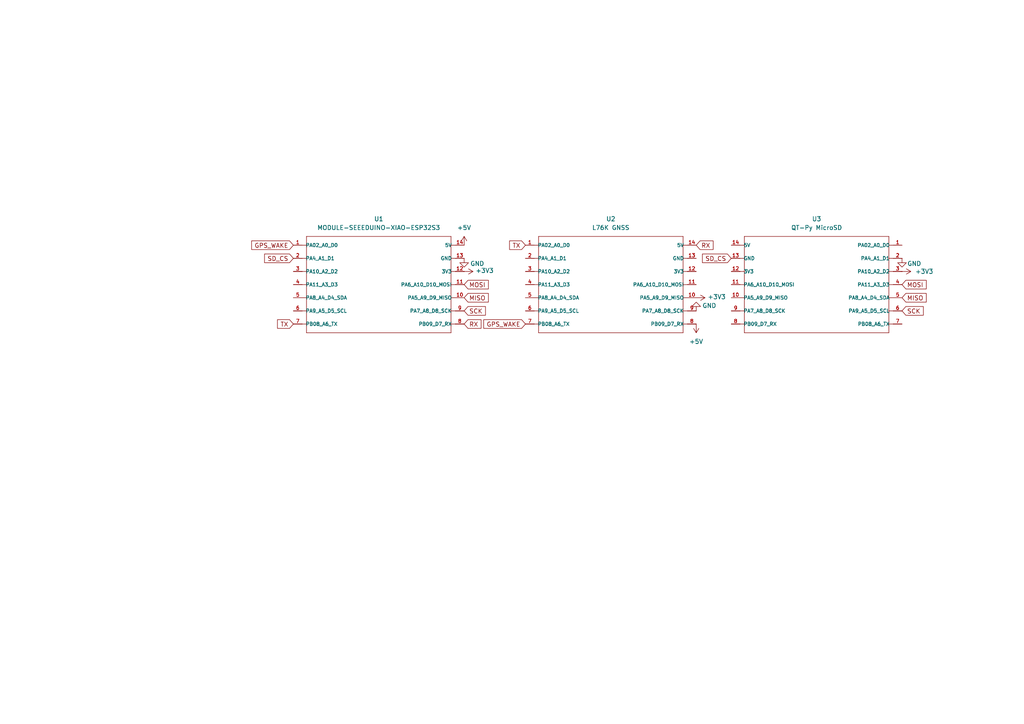
<source format=kicad_sch>
(kicad_sch
	(version 20250114)
	(generator "eeschema")
	(generator_version "9.0")
	(uuid "b8512636-d27b-427a-8252-a4053f536766")
	(paper "A4")
	(lib_symbols
		(symbol "MOUDLE-SEEEDUINO-XIAO-ESP32S3:MOUDLE-SEEEDUINO-XIAO-ESP32S3"
			(pin_names
				(offset 1.016)
			)
			(exclude_from_sim no)
			(in_bom yes)
			(on_board yes)
			(property "Reference" "U"
				(at -21.59 15.24 0)
				(effects
					(font
						(size 1.27 1.27)
					)
					(justify left bottom)
				)
			)
			(property "Value" "MOUDLE-SEEEDUINO-XIAO-ESP32S3"
				(at -21.59 13.97 0)
				(effects
					(font
						(size 1.27 1.27)
					)
					(justify left bottom)
				)
			)
			(property "Footprint" "MOUDLE14P-SMD-2.54-21X17.8MM"
				(at 0 0 0)
				(effects
					(font
						(size 1.27 1.27)
					)
					(justify bottom)
					(hide yes)
				)
			)
			(property "Datasheet" ""
				(at 0 0 0)
				(effects
					(font
						(size 1.27 1.27)
					)
					(hide yes)
				)
			)
			(property "Description" ""
				(at 0 0 0)
				(effects
					(font
						(size 1.27 1.27)
					)
					(hide yes)
				)
			)
			(symbol "MOUDLE-SEEEDUINO-XIAO-ESP32S3_0_0"
				(polyline
					(pts
						(xy -21.59 13.97) (xy 20.32 13.97)
					)
					(stroke
						(width 0.1524)
						(type default)
					)
					(fill
						(type none)
					)
				)
				(polyline
					(pts
						(xy -21.59 11.43) (xy -22.86 11.43)
					)
					(stroke
						(width 0.1524)
						(type default)
					)
					(fill
						(type none)
					)
				)
				(polyline
					(pts
						(xy -21.59 11.43) (xy -21.59 13.97)
					)
					(stroke
						(width 0.1524)
						(type default)
					)
					(fill
						(type none)
					)
				)
				(polyline
					(pts
						(xy -21.59 7.62) (xy -22.86 7.62)
					)
					(stroke
						(width 0.1524)
						(type default)
					)
					(fill
						(type none)
					)
				)
				(polyline
					(pts
						(xy -21.59 7.62) (xy -21.59 11.43)
					)
					(stroke
						(width 0.1524)
						(type default)
					)
					(fill
						(type none)
					)
				)
				(polyline
					(pts
						(xy -21.59 3.81) (xy -22.86 3.81)
					)
					(stroke
						(width 0.1524)
						(type default)
					)
					(fill
						(type none)
					)
				)
				(polyline
					(pts
						(xy -21.59 3.81) (xy -21.59 7.62)
					)
					(stroke
						(width 0.1524)
						(type default)
					)
					(fill
						(type none)
					)
				)
				(polyline
					(pts
						(xy -21.59 0) (xy -22.86 0)
					)
					(stroke
						(width 0.1524)
						(type default)
					)
					(fill
						(type none)
					)
				)
				(polyline
					(pts
						(xy -21.59 0) (xy -21.59 3.81)
					)
					(stroke
						(width 0.1524)
						(type default)
					)
					(fill
						(type none)
					)
				)
				(polyline
					(pts
						(xy -21.59 -3.81) (xy -22.86 -3.81)
					)
					(stroke
						(width 0.1524)
						(type default)
					)
					(fill
						(type none)
					)
				)
				(polyline
					(pts
						(xy -21.59 -7.62) (xy -22.86 -7.62)
					)
					(stroke
						(width 0.1524)
						(type default)
					)
					(fill
						(type none)
					)
				)
				(polyline
					(pts
						(xy -21.59 -11.43) (xy -22.86 -11.43)
					)
					(stroke
						(width 0.1524)
						(type default)
					)
					(fill
						(type none)
					)
				)
				(polyline
					(pts
						(xy -21.59 -13.97) (xy -21.59 0)
					)
					(stroke
						(width 0.1524)
						(type default)
					)
					(fill
						(type none)
					)
				)
				(polyline
					(pts
						(xy 20.32 13.97) (xy 20.32 11.43)
					)
					(stroke
						(width 0.1524)
						(type default)
					)
					(fill
						(type none)
					)
				)
				(polyline
					(pts
						(xy 20.32 11.43) (xy 20.32 7.62)
					)
					(stroke
						(width 0.1524)
						(type default)
					)
					(fill
						(type none)
					)
				)
				(polyline
					(pts
						(xy 20.32 7.62) (xy 20.32 3.81)
					)
					(stroke
						(width 0.1524)
						(type default)
					)
					(fill
						(type none)
					)
				)
				(polyline
					(pts
						(xy 20.32 3.81) (xy 20.32 -13.97)
					)
					(stroke
						(width 0.1524)
						(type default)
					)
					(fill
						(type none)
					)
				)
				(polyline
					(pts
						(xy 20.32 -13.97) (xy -21.59 -13.97)
					)
					(stroke
						(width 0.1524)
						(type default)
					)
					(fill
						(type none)
					)
				)
				(polyline
					(pts
						(xy 21.59 11.43) (xy 20.32 11.43)
					)
					(stroke
						(width 0.1524)
						(type default)
					)
					(fill
						(type none)
					)
				)
				(polyline
					(pts
						(xy 21.59 7.62) (xy 20.32 7.62)
					)
					(stroke
						(width 0.1524)
						(type default)
					)
					(fill
						(type none)
					)
				)
				(polyline
					(pts
						(xy 21.59 3.81) (xy 20.32 3.81)
					)
					(stroke
						(width 0.1524)
						(type default)
					)
					(fill
						(type none)
					)
				)
				(polyline
					(pts
						(xy 21.59 0) (xy 20.32 0)
					)
					(stroke
						(width 0.1524)
						(type default)
					)
					(fill
						(type none)
					)
				)
				(polyline
					(pts
						(xy 21.59 -3.81) (xy 20.32 -3.81)
					)
					(stroke
						(width 0.1524)
						(type default)
					)
					(fill
						(type none)
					)
				)
				(polyline
					(pts
						(xy 21.59 -7.62) (xy 20.32 -7.62)
					)
					(stroke
						(width 0.1524)
						(type default)
					)
					(fill
						(type none)
					)
				)
				(polyline
					(pts
						(xy 21.59 -11.43) (xy 20.32 -11.43)
					)
					(stroke
						(width 0.1524)
						(type default)
					)
					(fill
						(type none)
					)
				)
				(pin bidirectional line
					(at -25.4 11.43 0)
					(length 2.54)
					(name "PA02_A0_D0"
						(effects
							(font
								(size 1.016 1.016)
							)
						)
					)
					(number "1"
						(effects
							(font
								(size 1.016 1.016)
							)
						)
					)
				)
				(pin bidirectional line
					(at -25.4 7.62 0)
					(length 2.54)
					(name "PA4_A1_D1"
						(effects
							(font
								(size 1.016 1.016)
							)
						)
					)
					(number "2"
						(effects
							(font
								(size 1.016 1.016)
							)
						)
					)
				)
				(pin bidirectional line
					(at -25.4 3.81 0)
					(length 2.54)
					(name "PA10_A2_D2"
						(effects
							(font
								(size 1.016 1.016)
							)
						)
					)
					(number "3"
						(effects
							(font
								(size 1.016 1.016)
							)
						)
					)
				)
				(pin bidirectional line
					(at -25.4 0 0)
					(length 2.54)
					(name "PA11_A3_D3"
						(effects
							(font
								(size 1.016 1.016)
							)
						)
					)
					(number "4"
						(effects
							(font
								(size 1.016 1.016)
							)
						)
					)
				)
				(pin bidirectional line
					(at -25.4 -3.81 0)
					(length 2.54)
					(name "PA8_A4_D4_SDA"
						(effects
							(font
								(size 1.016 1.016)
							)
						)
					)
					(number "5"
						(effects
							(font
								(size 1.016 1.016)
							)
						)
					)
				)
				(pin bidirectional line
					(at -25.4 -7.62 0)
					(length 2.54)
					(name "PA9_A5_D5_SCL"
						(effects
							(font
								(size 1.016 1.016)
							)
						)
					)
					(number "6"
						(effects
							(font
								(size 1.016 1.016)
							)
						)
					)
				)
				(pin bidirectional line
					(at -25.4 -11.43 0)
					(length 2.54)
					(name "PB08_A6_TX"
						(effects
							(font
								(size 1.016 1.016)
							)
						)
					)
					(number "7"
						(effects
							(font
								(size 1.016 1.016)
							)
						)
					)
				)
				(pin bidirectional line
					(at 24.13 11.43 180)
					(length 2.54)
					(name "5V"
						(effects
							(font
								(size 1.016 1.016)
							)
						)
					)
					(number "14"
						(effects
							(font
								(size 1.016 1.016)
							)
						)
					)
				)
				(pin bidirectional line
					(at 24.13 7.62 180)
					(length 2.54)
					(name "GND"
						(effects
							(font
								(size 1.016 1.016)
							)
						)
					)
					(number "13"
						(effects
							(font
								(size 1.016 1.016)
							)
						)
					)
				)
				(pin bidirectional line
					(at 24.13 3.81 180)
					(length 2.54)
					(name "3V3"
						(effects
							(font
								(size 1.016 1.016)
							)
						)
					)
					(number "12"
						(effects
							(font
								(size 1.016 1.016)
							)
						)
					)
				)
				(pin bidirectional line
					(at 24.13 0 180)
					(length 2.54)
					(name "PA6_A10_D10_MOSI"
						(effects
							(font
								(size 1.016 1.016)
							)
						)
					)
					(number "11"
						(effects
							(font
								(size 1.016 1.016)
							)
						)
					)
				)
				(pin bidirectional line
					(at 24.13 -3.81 180)
					(length 2.54)
					(name "PA5_A9_D9_MISO"
						(effects
							(font
								(size 1.016 1.016)
							)
						)
					)
					(number "10"
						(effects
							(font
								(size 1.016 1.016)
							)
						)
					)
				)
				(pin bidirectional line
					(at 24.13 -7.62 180)
					(length 2.54)
					(name "PA7_A8_D8_SCK"
						(effects
							(font
								(size 1.016 1.016)
							)
						)
					)
					(number "9"
						(effects
							(font
								(size 1.016 1.016)
							)
						)
					)
				)
				(pin bidirectional line
					(at 24.13 -11.43 180)
					(length 2.54)
					(name "PB09_D7_RX"
						(effects
							(font
								(size 1.016 1.016)
							)
						)
					)
					(number "8"
						(effects
							(font
								(size 1.016 1.016)
							)
						)
					)
				)
			)
			(embedded_fonts no)
		)
		(symbol "power:+3V3"
			(power)
			(pin_numbers
				(hide yes)
			)
			(pin_names
				(offset 0)
				(hide yes)
			)
			(exclude_from_sim no)
			(in_bom yes)
			(on_board yes)
			(property "Reference" "#PWR"
				(at 0 -3.81 0)
				(effects
					(font
						(size 1.27 1.27)
					)
					(hide yes)
				)
			)
			(property "Value" "+3V3"
				(at 0 3.556 0)
				(effects
					(font
						(size 1.27 1.27)
					)
				)
			)
			(property "Footprint" ""
				(at 0 0 0)
				(effects
					(font
						(size 1.27 1.27)
					)
					(hide yes)
				)
			)
			(property "Datasheet" ""
				(at 0 0 0)
				(effects
					(font
						(size 1.27 1.27)
					)
					(hide yes)
				)
			)
			(property "Description" "Power symbol creates a global label with name \"+3V3\""
				(at 0 0 0)
				(effects
					(font
						(size 1.27 1.27)
					)
					(hide yes)
				)
			)
			(property "ki_keywords" "global power"
				(at 0 0 0)
				(effects
					(font
						(size 1.27 1.27)
					)
					(hide yes)
				)
			)
			(symbol "+3V3_0_1"
				(polyline
					(pts
						(xy -0.762 1.27) (xy 0 2.54)
					)
					(stroke
						(width 0)
						(type default)
					)
					(fill
						(type none)
					)
				)
				(polyline
					(pts
						(xy 0 2.54) (xy 0.762 1.27)
					)
					(stroke
						(width 0)
						(type default)
					)
					(fill
						(type none)
					)
				)
				(polyline
					(pts
						(xy 0 0) (xy 0 2.54)
					)
					(stroke
						(width 0)
						(type default)
					)
					(fill
						(type none)
					)
				)
			)
			(symbol "+3V3_1_1"
				(pin power_in line
					(at 0 0 90)
					(length 0)
					(name "~"
						(effects
							(font
								(size 1.27 1.27)
							)
						)
					)
					(number "1"
						(effects
							(font
								(size 1.27 1.27)
							)
						)
					)
				)
			)
			(embedded_fonts no)
		)
		(symbol "power:+5V"
			(power)
			(pin_numbers
				(hide yes)
			)
			(pin_names
				(offset 0)
				(hide yes)
			)
			(exclude_from_sim no)
			(in_bom yes)
			(on_board yes)
			(property "Reference" "#PWR"
				(at 0 -3.81 0)
				(effects
					(font
						(size 1.27 1.27)
					)
					(hide yes)
				)
			)
			(property "Value" "+5V"
				(at 0 3.556 0)
				(effects
					(font
						(size 1.27 1.27)
					)
				)
			)
			(property "Footprint" ""
				(at 0 0 0)
				(effects
					(font
						(size 1.27 1.27)
					)
					(hide yes)
				)
			)
			(property "Datasheet" ""
				(at 0 0 0)
				(effects
					(font
						(size 1.27 1.27)
					)
					(hide yes)
				)
			)
			(property "Description" "Power symbol creates a global label with name \"+5V\""
				(at 0 0 0)
				(effects
					(font
						(size 1.27 1.27)
					)
					(hide yes)
				)
			)
			(property "ki_keywords" "global power"
				(at 0 0 0)
				(effects
					(font
						(size 1.27 1.27)
					)
					(hide yes)
				)
			)
			(symbol "+5V_0_1"
				(polyline
					(pts
						(xy -0.762 1.27) (xy 0 2.54)
					)
					(stroke
						(width 0)
						(type default)
					)
					(fill
						(type none)
					)
				)
				(polyline
					(pts
						(xy 0 2.54) (xy 0.762 1.27)
					)
					(stroke
						(width 0)
						(type default)
					)
					(fill
						(type none)
					)
				)
				(polyline
					(pts
						(xy 0 0) (xy 0 2.54)
					)
					(stroke
						(width 0)
						(type default)
					)
					(fill
						(type none)
					)
				)
			)
			(symbol "+5V_1_1"
				(pin power_in line
					(at 0 0 90)
					(length 0)
					(name "~"
						(effects
							(font
								(size 1.27 1.27)
							)
						)
					)
					(number "1"
						(effects
							(font
								(size 1.27 1.27)
							)
						)
					)
				)
			)
			(embedded_fonts no)
		)
		(symbol "power:GND"
			(power)
			(pin_numbers
				(hide yes)
			)
			(pin_names
				(offset 0)
				(hide yes)
			)
			(exclude_from_sim no)
			(in_bom yes)
			(on_board yes)
			(property "Reference" "#PWR"
				(at 0 -6.35 0)
				(effects
					(font
						(size 1.27 1.27)
					)
					(hide yes)
				)
			)
			(property "Value" "GND"
				(at 0 -3.81 0)
				(effects
					(font
						(size 1.27 1.27)
					)
				)
			)
			(property "Footprint" ""
				(at 0 0 0)
				(effects
					(font
						(size 1.27 1.27)
					)
					(hide yes)
				)
			)
			(property "Datasheet" ""
				(at 0 0 0)
				(effects
					(font
						(size 1.27 1.27)
					)
					(hide yes)
				)
			)
			(property "Description" "Power symbol creates a global label with name \"GND\" , ground"
				(at 0 0 0)
				(effects
					(font
						(size 1.27 1.27)
					)
					(hide yes)
				)
			)
			(property "ki_keywords" "global power"
				(at 0 0 0)
				(effects
					(font
						(size 1.27 1.27)
					)
					(hide yes)
				)
			)
			(symbol "GND_0_1"
				(polyline
					(pts
						(xy 0 0) (xy 0 -1.27) (xy 1.27 -1.27) (xy 0 -2.54) (xy -1.27 -1.27) (xy 0 -1.27)
					)
					(stroke
						(width 0)
						(type default)
					)
					(fill
						(type none)
					)
				)
			)
			(symbol "GND_1_1"
				(pin power_in line
					(at 0 0 270)
					(length 0)
					(name "~"
						(effects
							(font
								(size 1.27 1.27)
							)
						)
					)
					(number "1"
						(effects
							(font
								(size 1.27 1.27)
							)
						)
					)
				)
			)
			(embedded_fonts no)
		)
	)
	(global_label "SD_CS"
		(shape input)
		(at 212.09 74.93 180)
		(fields_autoplaced yes)
		(effects
			(font
				(size 1.27 1.27)
			)
			(justify right)
		)
		(uuid "0c7b4126-df1c-426e-9904-f6f517352ecd")
		(property "Intersheetrefs" "${INTERSHEET_REFS}"
			(at 203.1782 74.93 0)
			(effects
				(font
					(size 1.27 1.27)
				)
				(justify right)
				(hide yes)
			)
		)
	)
	(global_label "SCK"
		(shape input)
		(at 134.62 90.17 0)
		(fields_autoplaced yes)
		(effects
			(font
				(size 1.27 1.27)
			)
			(justify left)
		)
		(uuid "3e05b936-5011-4928-8926-7e8dd37686c3")
		(property "Intersheetrefs" "${INTERSHEET_REFS}"
			(at 141.3547 90.17 0)
			(effects
				(font
					(size 1.27 1.27)
				)
				(justify left)
				(hide yes)
			)
		)
	)
	(global_label "TX"
		(shape input)
		(at 85.09 93.98 180)
		(fields_autoplaced yes)
		(effects
			(font
				(size 1.27 1.27)
			)
			(justify right)
		)
		(uuid "49cc272c-84fb-4a16-abe0-f596097acaaa")
		(property "Intersheetrefs" "${INTERSHEET_REFS}"
			(at 79.9277 93.98 0)
			(effects
				(font
					(size 1.27 1.27)
				)
				(justify right)
				(hide yes)
			)
		)
	)
	(global_label "SD_CS"
		(shape input)
		(at 85.09 74.93 180)
		(fields_autoplaced yes)
		(effects
			(font
				(size 1.27 1.27)
			)
			(justify right)
		)
		(uuid "73852adf-1a49-45a9-a9f6-7cf2f4f043c7")
		(property "Intersheetrefs" "${INTERSHEET_REFS}"
			(at 76.1782 74.93 0)
			(effects
				(font
					(size 1.27 1.27)
				)
				(justify right)
				(hide yes)
			)
		)
	)
	(global_label "MOSI"
		(shape input)
		(at 261.62 82.55 0)
		(fields_autoplaced yes)
		(effects
			(font
				(size 1.27 1.27)
			)
			(justify left)
		)
		(uuid "78bd22b7-2fc4-4747-aceb-793406236079")
		(property "Intersheetrefs" "${INTERSHEET_REFS}"
			(at 269.2014 82.55 0)
			(effects
				(font
					(size 1.27 1.27)
				)
				(justify left)
				(hide yes)
			)
		)
	)
	(global_label "GPS_WAKE"
		(shape input)
		(at 85.09 71.12 180)
		(fields_autoplaced yes)
		(effects
			(font
				(size 1.27 1.27)
			)
			(justify right)
		)
		(uuid "8d1a4213-93b5-4a45-b4eb-28cde927a14e")
		(property "Intersheetrefs" "${INTERSHEET_REFS}"
			(at 72.4287 71.12 0)
			(effects
				(font
					(size 1.27 1.27)
				)
				(justify right)
				(hide yes)
			)
		)
	)
	(global_label "MOSI"
		(shape input)
		(at 134.62 82.55 0)
		(fields_autoplaced yes)
		(effects
			(font
				(size 1.27 1.27)
			)
			(justify left)
		)
		(uuid "94ed6663-283a-4c42-b6a5-21a04835e765")
		(property "Intersheetrefs" "${INTERSHEET_REFS}"
			(at 142.2014 82.55 0)
			(effects
				(font
					(size 1.27 1.27)
				)
				(justify left)
				(hide yes)
			)
		)
	)
	(global_label "TX"
		(shape input)
		(at 152.4 71.12 180)
		(fields_autoplaced yes)
		(effects
			(font
				(size 1.27 1.27)
			)
			(justify right)
		)
		(uuid "95d33c91-d2d7-481c-a6e6-bad13375556d")
		(property "Intersheetrefs" "${INTERSHEET_REFS}"
			(at 147.2377 71.12 0)
			(effects
				(font
					(size 1.27 1.27)
				)
				(justify right)
				(hide yes)
			)
		)
	)
	(global_label "RX"
		(shape input)
		(at 134.62 93.98 0)
		(fields_autoplaced yes)
		(effects
			(font
				(size 1.27 1.27)
			)
			(justify left)
		)
		(uuid "a6ea87c2-ca61-4565-b4f2-cb341e86e93c")
		(property "Intersheetrefs" "${INTERSHEET_REFS}"
			(at 140.0847 93.98 0)
			(effects
				(font
					(size 1.27 1.27)
				)
				(justify left)
				(hide yes)
			)
		)
	)
	(global_label "MISO"
		(shape input)
		(at 261.62 86.36 0)
		(fields_autoplaced yes)
		(effects
			(font
				(size 1.27 1.27)
			)
			(justify left)
		)
		(uuid "d0ccc2c8-58b6-4846-912f-4e9fe3df2eeb")
		(property "Intersheetrefs" "${INTERSHEET_REFS}"
			(at 269.2014 86.36 0)
			(effects
				(font
					(size 1.27 1.27)
				)
				(justify left)
				(hide yes)
			)
		)
	)
	(global_label "RX"
		(shape input)
		(at 201.93 71.12 0)
		(fields_autoplaced yes)
		(effects
			(font
				(size 1.27 1.27)
			)
			(justify left)
		)
		(uuid "d51bce7a-b151-4d34-8341-1670df42f376")
		(property "Intersheetrefs" "${INTERSHEET_REFS}"
			(at 207.3947 71.12 0)
			(effects
				(font
					(size 1.27 1.27)
				)
				(justify left)
				(hide yes)
			)
		)
	)
	(global_label "GPS_WAKE"
		(shape input)
		(at 152.4 93.98 180)
		(fields_autoplaced yes)
		(effects
			(font
				(size 1.27 1.27)
			)
			(justify right)
		)
		(uuid "e1c63c82-709a-436c-a46b-2e3ddf2312ca")
		(property "Intersheetrefs" "${INTERSHEET_REFS}"
			(at 139.7387 93.98 0)
			(effects
				(font
					(size 1.27 1.27)
				)
				(justify right)
				(hide yes)
			)
		)
	)
	(global_label "MISO"
		(shape input)
		(at 134.62 86.36 0)
		(fields_autoplaced yes)
		(effects
			(font
				(size 1.27 1.27)
			)
			(justify left)
		)
		(uuid "f824f33a-bdb6-467b-aac5-2c526fe9c835")
		(property "Intersheetrefs" "${INTERSHEET_REFS}"
			(at 142.2014 86.36 0)
			(effects
				(font
					(size 1.27 1.27)
				)
				(justify left)
				(hide yes)
			)
		)
	)
	(global_label "SCK"
		(shape input)
		(at 261.62 90.17 0)
		(fields_autoplaced yes)
		(effects
			(font
				(size 1.27 1.27)
			)
			(justify left)
		)
		(uuid "f971868f-b930-4912-b052-0fdcbb9ba5aa")
		(property "Intersheetrefs" "${INTERSHEET_REFS}"
			(at 268.3547 90.17 0)
			(effects
				(font
					(size 1.27 1.27)
				)
				(justify left)
				(hide yes)
			)
		)
	)
	(symbol
		(lib_id "power:GND")
		(at 201.93 90.17 0)
		(mirror x)
		(unit 1)
		(exclude_from_sim no)
		(in_bom yes)
		(on_board yes)
		(dnp no)
		(uuid "1253ba22-a2a8-4920-9b75-1052cc69ebcf")
		(property "Reference" "#PWR04"
			(at 201.93 83.82 0)
			(effects
				(font
					(size 1.27 1.27)
				)
				(hide yes)
			)
		)
		(property "Value" "GND"
			(at 205.74 88.646 0)
			(effects
				(font
					(size 1.27 1.27)
				)
			)
		)
		(property "Footprint" ""
			(at 201.93 90.17 0)
			(effects
				(font
					(size 1.27 1.27)
				)
				(hide yes)
			)
		)
		(property "Datasheet" ""
			(at 201.93 90.17 0)
			(effects
				(font
					(size 1.27 1.27)
				)
				(hide yes)
			)
		)
		(property "Description" "Power symbol creates a global label with name \"GND\" , ground"
			(at 201.93 90.17 0)
			(effects
				(font
					(size 1.27 1.27)
				)
				(hide yes)
			)
		)
		(pin "1"
			(uuid "1d96b368-ac10-40e9-abae-f0283d61830a")
		)
		(instances
			(project "warwalker-xiao-flex"
				(path "/b8512636-d27b-427a-8252-a4053f536766"
					(reference "#PWR04")
					(unit 1)
				)
			)
		)
	)
	(symbol
		(lib_id "power:+3V3")
		(at 201.93 86.36 270)
		(mirror x)
		(unit 1)
		(exclude_from_sim no)
		(in_bom yes)
		(on_board yes)
		(dnp no)
		(uuid "264caec6-e30d-4747-be71-cf19ee1cc5e9")
		(property "Reference" "#PWR07"
			(at 198.12 86.36 0)
			(effects
				(font
					(size 1.27 1.27)
				)
				(hide yes)
			)
		)
		(property "Value" "+3V3"
			(at 205.232 86.106 90)
			(effects
				(font
					(size 1.27 1.27)
				)
				(justify left)
			)
		)
		(property "Footprint" ""
			(at 201.93 86.36 0)
			(effects
				(font
					(size 1.27 1.27)
				)
				(hide yes)
			)
		)
		(property "Datasheet" ""
			(at 201.93 86.36 0)
			(effects
				(font
					(size 1.27 1.27)
				)
				(hide yes)
			)
		)
		(property "Description" "Power symbol creates a global label with name \"+3V3\""
			(at 201.93 86.36 0)
			(effects
				(font
					(size 1.27 1.27)
				)
				(hide yes)
			)
		)
		(pin "1"
			(uuid "6df0ecdc-f22c-407a-bff7-e4c585d6d22e")
		)
		(instances
			(project "warwalker-xiao-flex"
				(path "/b8512636-d27b-427a-8252-a4053f536766"
					(reference "#PWR07")
					(unit 1)
				)
			)
		)
	)
	(symbol
		(lib_id "power:+3V3")
		(at 134.62 78.74 270)
		(mirror x)
		(unit 1)
		(exclude_from_sim no)
		(in_bom yes)
		(on_board yes)
		(dnp no)
		(uuid "96b04c21-8d6c-4417-9a93-f10e0c591e0f")
		(property "Reference" "#PWR08"
			(at 130.81 78.74 0)
			(effects
				(font
					(size 1.27 1.27)
				)
				(hide yes)
			)
		)
		(property "Value" "+3V3"
			(at 137.922 78.486 90)
			(effects
				(font
					(size 1.27 1.27)
				)
				(justify left)
			)
		)
		(property "Footprint" ""
			(at 134.62 78.74 0)
			(effects
				(font
					(size 1.27 1.27)
				)
				(hide yes)
			)
		)
		(property "Datasheet" ""
			(at 134.62 78.74 0)
			(effects
				(font
					(size 1.27 1.27)
				)
				(hide yes)
			)
		)
		(property "Description" "Power symbol creates a global label with name \"+3V3\""
			(at 134.62 78.74 0)
			(effects
				(font
					(size 1.27 1.27)
				)
				(hide yes)
			)
		)
		(pin "1"
			(uuid "100782c3-e086-4f7c-84c8-cd85912ccda8")
		)
		(instances
			(project "warwalker-xiao-flex"
				(path "/b8512636-d27b-427a-8252-a4053f536766"
					(reference "#PWR08")
					(unit 1)
				)
			)
		)
	)
	(symbol
		(lib_id "power:GND")
		(at 261.62 74.93 0)
		(unit 1)
		(exclude_from_sim no)
		(in_bom yes)
		(on_board yes)
		(dnp no)
		(uuid "9d9c06a2-8305-4a15-8efd-1ca47a7c0959")
		(property "Reference" "#PWR05"
			(at 261.62 81.28 0)
			(effects
				(font
					(size 1.27 1.27)
				)
				(hide yes)
			)
		)
		(property "Value" "GND"
			(at 265.176 76.454 0)
			(effects
				(font
					(size 1.27 1.27)
				)
			)
		)
		(property "Footprint" ""
			(at 261.62 74.93 0)
			(effects
				(font
					(size 1.27 1.27)
				)
				(hide yes)
			)
		)
		(property "Datasheet" ""
			(at 261.62 74.93 0)
			(effects
				(font
					(size 1.27 1.27)
				)
				(hide yes)
			)
		)
		(property "Description" "Power symbol creates a global label with name \"GND\" , ground"
			(at 261.62 74.93 0)
			(effects
				(font
					(size 1.27 1.27)
				)
				(hide yes)
			)
		)
		(pin "1"
			(uuid "009eba5d-3d0a-4813-927a-29870126a6e3")
		)
		(instances
			(project "warwalker-xiao-flex"
				(path "/b8512636-d27b-427a-8252-a4053f536766"
					(reference "#PWR05")
					(unit 1)
				)
			)
		)
	)
	(symbol
		(lib_id "power:+5V")
		(at 134.62 71.12 0)
		(unit 1)
		(exclude_from_sim no)
		(in_bom yes)
		(on_board yes)
		(dnp no)
		(fields_autoplaced yes)
		(uuid "a8b7cd22-2cc2-41ac-a854-d2be5abc72e8")
		(property "Reference" "#PWR01"
			(at 134.62 74.93 0)
			(effects
				(font
					(size 1.27 1.27)
				)
				(hide yes)
			)
		)
		(property "Value" "+5V"
			(at 134.62 66.04 0)
			(effects
				(font
					(size 1.27 1.27)
				)
			)
		)
		(property "Footprint" ""
			(at 134.62 71.12 0)
			(effects
				(font
					(size 1.27 1.27)
				)
				(hide yes)
			)
		)
		(property "Datasheet" ""
			(at 134.62 71.12 0)
			(effects
				(font
					(size 1.27 1.27)
				)
				(hide yes)
			)
		)
		(property "Description" "Power symbol creates a global label with name \"+5V\""
			(at 134.62 71.12 0)
			(effects
				(font
					(size 1.27 1.27)
				)
				(hide yes)
			)
		)
		(pin "1"
			(uuid "fcf9cbf1-98df-4925-9a5d-159e187eefcb")
		)
		(instances
			(project ""
				(path "/b8512636-d27b-427a-8252-a4053f536766"
					(reference "#PWR01")
					(unit 1)
				)
			)
		)
	)
	(symbol
		(lib_id "MOUDLE-SEEEDUINO-XIAO-ESP32S3:MOUDLE-SEEEDUINO-XIAO-ESP32S3")
		(at 110.49 82.55 0)
		(unit 1)
		(exclude_from_sim no)
		(in_bom yes)
		(on_board yes)
		(dnp no)
		(fields_autoplaced yes)
		(uuid "aaf40459-8927-4046-bfaa-dad18de43734")
		(property "Reference" "U1"
			(at 109.855 63.5 0)
			(effects
				(font
					(size 1.27 1.27)
				)
			)
		)
		(property "Value" "MODULE-SEEEDUINO-XIAO-ESP32S3"
			(at 109.855 66.04 0)
			(effects
				(font
					(size 1.27 1.27)
				)
			)
		)
		(property "Footprint" "MOUDLE14P-SMD-2.54-21X17.8MM"
			(at 110.49 82.55 0)
			(effects
				(font
					(size 1.27 1.27)
				)
				(justify bottom)
				(hide yes)
			)
		)
		(property "Datasheet" ""
			(at 110.49 82.55 0)
			(effects
				(font
					(size 1.27 1.27)
				)
				(hide yes)
			)
		)
		(property "Description" ""
			(at 110.49 82.55 0)
			(effects
				(font
					(size 1.27 1.27)
				)
				(hide yes)
			)
		)
		(pin "9"
			(uuid "4e19e3bf-ec0b-4d85-b265-1ee9eba12f7e")
		)
		(pin "1"
			(uuid "cf7e4c4a-07f4-4923-8cb0-a60059a1014e")
		)
		(pin "3"
			(uuid "17ef7f37-e173-467d-87f2-c8dc325e47d3")
		)
		(pin "14"
			(uuid "4467bf07-4d9a-4f5b-9026-b6187f133881")
		)
		(pin "6"
			(uuid "01a0fc39-724d-4f5f-9e58-679f3c07eec5")
		)
		(pin "13"
			(uuid "fd013bb3-3e57-469e-823f-361d0dcd00c7")
		)
		(pin "8"
			(uuid "e433bf77-2b3c-49ee-ab8d-a8233edaf97c")
		)
		(pin "11"
			(uuid "4cac3ecd-2f01-4d4a-aad3-6cc27ede812d")
		)
		(pin "7"
			(uuid "d6b599e1-3be7-4511-872d-1ec8a7284b41")
		)
		(pin "2"
			(uuid "acd8a00b-ab91-42df-af89-c51e40b4a3f8")
		)
		(pin "10"
			(uuid "8172b6a0-a880-47b8-b379-3935b84676ea")
		)
		(pin "4"
			(uuid "ca00f706-e2a1-49cd-b864-d057d6799f44")
		)
		(pin "5"
			(uuid "71525734-f856-4815-93cd-b25aed0b93a2")
		)
		(pin "12"
			(uuid "83955341-8bd1-4bbe-878e-f8ab928990ee")
		)
		(instances
			(project ""
				(path "/b8512636-d27b-427a-8252-a4053f536766"
					(reference "U1")
					(unit 1)
				)
			)
		)
	)
	(symbol
		(lib_id "power:+3V3")
		(at 261.62 78.74 270)
		(unit 1)
		(exclude_from_sim no)
		(in_bom yes)
		(on_board yes)
		(dnp no)
		(fields_autoplaced yes)
		(uuid "afd6a97e-dcf6-4bf2-867f-af8a9f271bfb")
		(property "Reference" "#PWR06"
			(at 257.81 78.74 0)
			(effects
				(font
					(size 1.27 1.27)
				)
				(hide yes)
			)
		)
		(property "Value" "+3V3"
			(at 265.43 78.7399 90)
			(effects
				(font
					(size 1.27 1.27)
				)
				(justify left)
			)
		)
		(property "Footprint" ""
			(at 261.62 78.74 0)
			(effects
				(font
					(size 1.27 1.27)
				)
				(hide yes)
			)
		)
		(property "Datasheet" ""
			(at 261.62 78.74 0)
			(effects
				(font
					(size 1.27 1.27)
				)
				(hide yes)
			)
		)
		(property "Description" "Power symbol creates a global label with name \"+3V3\""
			(at 261.62 78.74 0)
			(effects
				(font
					(size 1.27 1.27)
				)
				(hide yes)
			)
		)
		(pin "1"
			(uuid "0400fc50-de48-4cbd-95a7-fa6f445fee07")
		)
		(instances
			(project ""
				(path "/b8512636-d27b-427a-8252-a4053f536766"
					(reference "#PWR06")
					(unit 1)
				)
			)
		)
	)
	(symbol
		(lib_id "power:GND")
		(at 134.62 74.93 0)
		(unit 1)
		(exclude_from_sim no)
		(in_bom yes)
		(on_board yes)
		(dnp no)
		(uuid "d12a2591-c544-402b-9676-93f72354a3e5")
		(property "Reference" "#PWR03"
			(at 134.62 81.28 0)
			(effects
				(font
					(size 1.27 1.27)
				)
				(hide yes)
			)
		)
		(property "Value" "GND"
			(at 138.43 76.454 0)
			(effects
				(font
					(size 1.27 1.27)
				)
			)
		)
		(property "Footprint" ""
			(at 134.62 74.93 0)
			(effects
				(font
					(size 1.27 1.27)
				)
				(hide yes)
			)
		)
		(property "Datasheet" ""
			(at 134.62 74.93 0)
			(effects
				(font
					(size 1.27 1.27)
				)
				(hide yes)
			)
		)
		(property "Description" "Power symbol creates a global label with name \"GND\" , ground"
			(at 134.62 74.93 0)
			(effects
				(font
					(size 1.27 1.27)
				)
				(hide yes)
			)
		)
		(pin "1"
			(uuid "eef104c4-2f24-4a5c-b1a2-204d7ef11bf9")
		)
		(instances
			(project ""
				(path "/b8512636-d27b-427a-8252-a4053f536766"
					(reference "#PWR03")
					(unit 1)
				)
			)
		)
	)
	(symbol
		(lib_id "MOUDLE-SEEEDUINO-XIAO-ESP32S3:MOUDLE-SEEEDUINO-XIAO-ESP32S3")
		(at 177.8 82.55 0)
		(unit 1)
		(exclude_from_sim no)
		(in_bom yes)
		(on_board yes)
		(dnp no)
		(uuid "d55e489c-c3c0-4cc9-b855-5b61a8de4638")
		(property "Reference" "U2"
			(at 177.165 63.5 0)
			(effects
				(font
					(size 1.27 1.27)
				)
			)
		)
		(property "Value" "L76K GNSS"
			(at 177.165 66.04 0)
			(effects
				(font
					(size 1.27 1.27)
				)
			)
		)
		(property "Footprint" "MOUDLE14P-SMD-2.54-21X17.8MM"
			(at 177.8 82.55 0)
			(effects
				(font
					(size 1.27 1.27)
				)
				(justify bottom)
				(hide yes)
			)
		)
		(property "Datasheet" ""
			(at 177.8 82.55 0)
			(effects
				(font
					(size 1.27 1.27)
				)
				(hide yes)
			)
		)
		(property "Description" ""
			(at 177.8 82.55 0)
			(effects
				(font
					(size 1.27 1.27)
				)
				(hide yes)
			)
		)
		(pin "9"
			(uuid "66f51b5a-ee6b-4864-95e2-33e1f6d6ef48")
		)
		(pin "1"
			(uuid "6717931b-9e23-4acb-ac79-d197fe140bc4")
		)
		(pin "3"
			(uuid "9df08a3c-e3df-4277-9154-eb2862d014ef")
		)
		(pin "14"
			(uuid "fbafb93f-9913-401a-a75c-9d519dd777c8")
		)
		(pin "6"
			(uuid "2464ed25-12ac-47c0-a336-2f76f9f20fa6")
		)
		(pin "13"
			(uuid "5da6f1e1-5c76-412d-a0f3-6463808ba3b9")
		)
		(pin "8"
			(uuid "6636cce8-cd26-4263-be87-dc07552f0bd8")
		)
		(pin "11"
			(uuid "f1d2778c-dbd5-445f-9ea5-86b68cda500f")
		)
		(pin "7"
			(uuid "e91f84b4-1077-438d-b3ec-f3c847c994b5")
		)
		(pin "2"
			(uuid "9f83eba9-ec1c-427e-972d-a693c650910f")
		)
		(pin "10"
			(uuid "ca1cc60e-6b89-48e9-84a3-153c1b664637")
		)
		(pin "4"
			(uuid "9d0f1b9a-3512-4571-8239-5bfd76553314")
		)
		(pin "5"
			(uuid "cc70f7ea-e275-4bab-a934-92880d4cc851")
		)
		(pin "12"
			(uuid "f5f9536e-e6e1-47fb-8d9c-4753d66fc122")
		)
		(instances
			(project "warwalker-xiao-flex"
				(path "/b8512636-d27b-427a-8252-a4053f536766"
					(reference "U2")
					(unit 1)
				)
			)
		)
	)
	(symbol
		(lib_id "power:+5V")
		(at 201.93 93.98 0)
		(mirror x)
		(unit 1)
		(exclude_from_sim no)
		(in_bom yes)
		(on_board yes)
		(dnp no)
		(fields_autoplaced yes)
		(uuid "dcd0a6a1-5cf9-46f2-880c-8d753aaeb299")
		(property "Reference" "#PWR02"
			(at 201.93 90.17 0)
			(effects
				(font
					(size 1.27 1.27)
				)
				(hide yes)
			)
		)
		(property "Value" "+5V"
			(at 201.93 99.06 0)
			(effects
				(font
					(size 1.27 1.27)
				)
			)
		)
		(property "Footprint" ""
			(at 201.93 93.98 0)
			(effects
				(font
					(size 1.27 1.27)
				)
				(hide yes)
			)
		)
		(property "Datasheet" ""
			(at 201.93 93.98 0)
			(effects
				(font
					(size 1.27 1.27)
				)
				(hide yes)
			)
		)
		(property "Description" "Power symbol creates a global label with name \"+5V\""
			(at 201.93 93.98 0)
			(effects
				(font
					(size 1.27 1.27)
				)
				(hide yes)
			)
		)
		(pin "1"
			(uuid "9a135460-e34f-47ed-9974-3d9dcaaa74ab")
		)
		(instances
			(project "warwalker-xiao-flex"
				(path "/b8512636-d27b-427a-8252-a4053f536766"
					(reference "#PWR02")
					(unit 1)
				)
			)
		)
	)
	(symbol
		(lib_id "MOUDLE-SEEEDUINO-XIAO-ESP32S3:MOUDLE-SEEEDUINO-XIAO-ESP32S3")
		(at 236.22 82.55 0)
		(mirror y)
		(unit 1)
		(exclude_from_sim no)
		(in_bom yes)
		(on_board yes)
		(dnp no)
		(uuid "faa37558-21c8-4207-8547-1026345ae016")
		(property "Reference" "U3"
			(at 236.855 63.5 0)
			(effects
				(font
					(size 1.27 1.27)
				)
			)
		)
		(property "Value" "QT-Py MicroSD"
			(at 236.855 66.04 0)
			(effects
				(font
					(size 1.27 1.27)
				)
			)
		)
		(property "Footprint" "MOUDLE14P-SMD-2.54-21X17.8MM"
			(at 236.22 82.55 0)
			(effects
				(font
					(size 1.27 1.27)
				)
				(justify bottom)
				(hide yes)
			)
		)
		(property "Datasheet" ""
			(at 236.22 82.55 0)
			(effects
				(font
					(size 1.27 1.27)
				)
				(hide yes)
			)
		)
		(property "Description" ""
			(at 236.22 82.55 0)
			(effects
				(font
					(size 1.27 1.27)
				)
				(hide yes)
			)
		)
		(pin "9"
			(uuid "a0c1b968-b28a-4489-a9f3-54995e9f169d")
		)
		(pin "1"
			(uuid "0345e260-b762-4e29-9eb9-4771a2d1852d")
		)
		(pin "3"
			(uuid "b8c93f3f-7c4e-4ee0-97b3-1b9bc146aa63")
		)
		(pin "14"
			(uuid "4a15e0f8-44fb-42c5-be50-e4115ab24d3a")
		)
		(pin "6"
			(uuid "e9123486-04af-46fe-a6b8-c4140ce21ff0")
		)
		(pin "13"
			(uuid "8c331a3f-1914-4dae-816a-c49ca4770737")
		)
		(pin "8"
			(uuid "69ea6c5f-0587-4873-9cbf-59b4cab601a5")
		)
		(pin "11"
			(uuid "c4f5be29-0b1b-4967-b576-f06a027a42e1")
		)
		(pin "7"
			(uuid "ff290363-44f9-4889-a1d2-103955cff3c7")
		)
		(pin "2"
			(uuid "8294cb13-6595-4015-96ae-c9d9b14c3207")
		)
		(pin "10"
			(uuid "7c1c6393-6eba-4f6c-9b46-b6f219d3de46")
		)
		(pin "4"
			(uuid "c5e6a42f-c159-4761-bbba-d515b6d6e677")
		)
		(pin "5"
			(uuid "20c952ab-eb3f-424f-b0c2-2dae38f411cd")
		)
		(pin "12"
			(uuid "8743467b-fe7c-44ab-b48a-bc7e3cd65b5b")
		)
		(instances
			(project "warwalker-xiao-flex"
				(path "/b8512636-d27b-427a-8252-a4053f536766"
					(reference "U3")
					(unit 1)
				)
			)
		)
	)
	(sheet_instances
		(path "/"
			(page "1")
		)
	)
	(embedded_fonts no)
)

</source>
